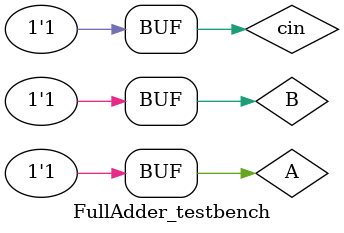
<source format=sv>
/******************************* FullAdder_testbench.sv *******************************
 
	Ashley Guillard and Gene Mary Cheruvathur
	EE 469 Sp 24: Professor Hussein
	April 5, 2024
	Lab 1: Full Adder Testbench

*/

// This module is the testbench for the Full Adder module. This 
// testbench tests all possible input values for the module. 
module FullAdder_testbench();

	logic A, B, cin, sum, cout;
	
	// Instantiate DUT (Device Under Test)
	FullAdder dut (.A, .B, .cin, .sum, .cout);
	
	// Tests all possible values
	initial begin
		
		A <= 0; B <= 0; cin <= 0; #10;
		A <= 0; B <= 0; cin <= 1; #10;
		A <= 0; B <= 1; cin <= 0; #10;
		A <= 0; B <= 1; cin <= 1; #10;
		A <= 1; B <= 0; cin <= 0; #10;
		A <= 1; B <= 0; cin <= 1; #10;
		A <= 1; B <= 1; cin <= 0; #10;
		A <= 1; B <= 1; cin <= 1; #10;
	
	end
	
endmodule 
</source>
